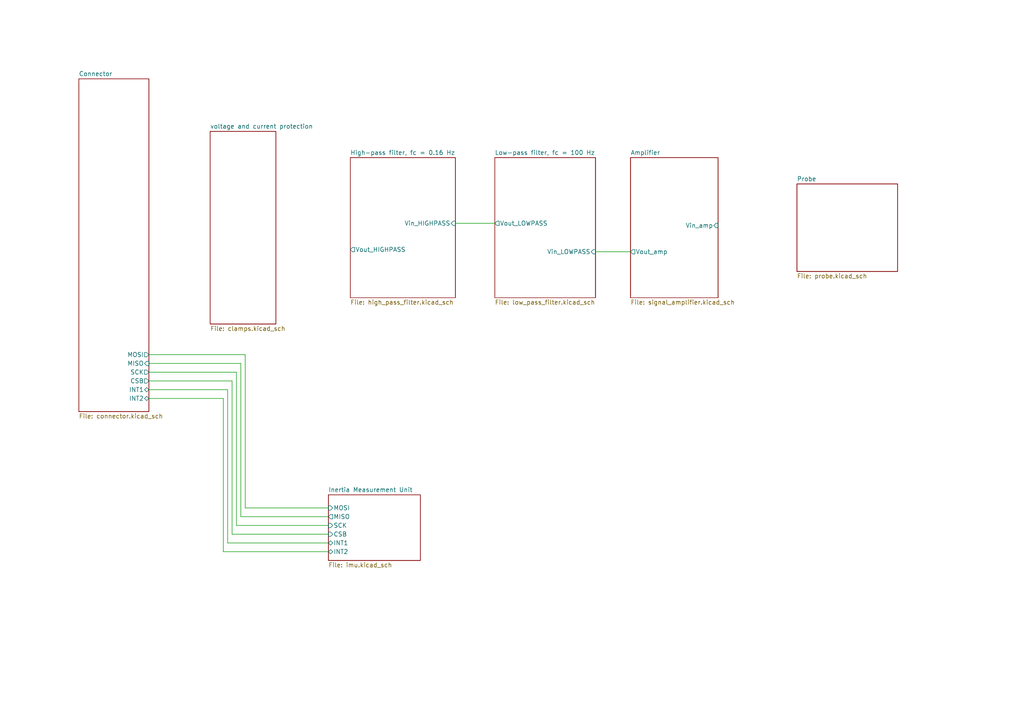
<source format=kicad_sch>
(kicad_sch (version 20230121) (generator eeschema)
  (paper "A4")
  (lib_symbols)
  (wire (pts (xy 68.58 107.95) (xy 43.18 107.95)))
  (wire (pts (xy 95.25 154.94) (xy 67.31 154.94)))
  (wire (pts (xy 67.31 110.49) (xy 43.18 110.49)))
  (wire (pts (xy 95.25 160.02) (xy 64.77 160.02)))
  (wire (pts (xy 172.72 73.025) (xy 182.88 73.025)))
  (wire (pts (xy 67.31 154.94) (xy 67.31 110.49)))
  (wire (pts (xy 71.12 147.32) (xy 71.12 102.87)))
  (wire (pts (xy 95.25 147.32) (xy 71.12 147.32)))
  (wire (pts (xy 64.77 160.02) (xy 64.77 115.57)))
  (wire (pts (xy 69.85 149.86) (xy 95.25 149.86)))
  (wire (pts (xy 43.18 105.41) (xy 69.85 105.41)))
  (wire (pts (xy 71.12 102.87) (xy 43.18 102.87)))
  (wire (pts (xy 69.85 149.86) (xy 69.85 105.41)))
  (wire (pts (xy 66.04 157.48) (xy 66.04 113.03)))
  (wire (pts (xy 95.25 157.48) (xy 66.04 157.48)))
  (wire (pts (xy 68.58 152.4) (xy 68.58 107.95)))
  (wire (pts (xy 95.25 152.4) (xy 68.58 152.4)))
  (wire (pts (xy 132.08 64.77) (xy 143.51 64.77)))
  (wire (pts (xy 64.77 115.57) (xy 43.18 115.57)))
  (wire (pts (xy 66.04 113.03) (xy 43.18 113.03)))
  (sheet (at 143.51 45.72) (size 29.21 40.64) (stroke (width 0.1524))
    (property "Sheetname" "Low-pass filter, fc = 100 Hz" (at 143.51 45.0084 0) (effects (justify left bottom)))
    (property "Sheetfile" "low_pass_filter.kicad_sch" (at 143.51 86.9446 0) (effects (justify left top)))
    (pin "Vout_LOWPASS" output (at 143.51 64.77 180))
    (pin "Vin_LOWPASS" input (at 172.72 73.025 0))
  )
  (sheet (at 60.96 38.1) (size 19.05 55.88) (stroke (width 0.1524))
    (property "Sheetname" "voltage and current protection" (at 60.96 37.3884 0) (effects (justify left bottom)))
    (property "Sheetfile" "clamps.kicad_sch" (at 60.96 94.5646 0) (effects (justify left top)))
  )
  (sheet (at 231.14 53.34) (size 29.21 25.4) (stroke (width 0.1524))
    (property "Sheetname" "Probe" (at 231.14 52.6284 0) (effects (justify left bottom)))
    (property "Sheetfile" "probe.kicad_sch" (at 231.14 79.3246 0) (effects (justify left top)))
  )
  (sheet (at 22.86 22.86) (size 20.32 96.52) (stroke (width 0.1524))
    (property "Sheetname" "Connector" (at 22.86 22.1484 0) (effects (justify left bottom)))
    (property "Sheetfile" "connector.kicad_sch" (at 22.86 119.9646 0) (effects (justify left top)))
    (pin "INT2" bidirectional (at 43.18 115.57 0))
    (pin "SCK" output (at 43.18 107.95 0))
    (pin "MISO" input (at 43.18 105.41 0))
    (pin "INT1" bidirectional (at 43.18 113.03 0))
    (pin "MOSI" output (at 43.18 102.87 0))
    (pin "CSB" output (at 43.18 110.49 0))
  )
  (sheet (at 101.6 45.72) (size 30.48 40.64) (stroke (width 0.1524))
    (property "Sheetname" "High-pass filter, fc = 0.16 Hz" (at 101.6 45.0084 0) (effects (justify left bottom)))
    (property "Sheetfile" "high_pass_filter.kicad_sch" (at 101.6 86.9446 0) (effects (justify left top)))
    (pin "Vout_HIGHPASS" output (at 101.6 72.39 180))
    (pin "Vin_HIGHPASS" input (at 132.08 64.77 0))
  )
  (sheet (at 95.25 143.51) (size 26.67 19.05) (stroke (width 0.1524))
    (property "Sheetname" "Inertia Measurement Unit" (at 95.25 142.7984 0) (effects (justify left bottom)))
    (property "Sheetfile" "imu.kicad_sch" (at 95.25 163.1446 0) (effects (justify left top)))
    (pin "MOSI" input (at 95.25 147.32 180))
    (pin "MISO" output (at 95.25 149.86 180))
    (pin "SCK" input (at 95.25 152.4 180))
    (pin "CSB" input (at 95.25 154.94 180))
    (pin "INT1" bidirectional (at 95.25 157.48 180))
    (pin "INT2" bidirectional (at 95.25 160.02 180))
  )
  (sheet (at 182.88 45.72) (size 25.4 40.64) (stroke (width 0.1524))
    (property "Sheetname" "Amplifier" (at 182.88 45.0084 0) (effects (justify left bottom)))
    (property "Sheetfile" "signal_amplifier.kicad_sch" (at 182.88 86.9446 0) (effects (justify left top)))
    (pin "Vout_amp" output (at 182.88 73.025 180))
    (pin "Vin_amp" input (at 208.28 65.405 0))
  )
)
</source>
